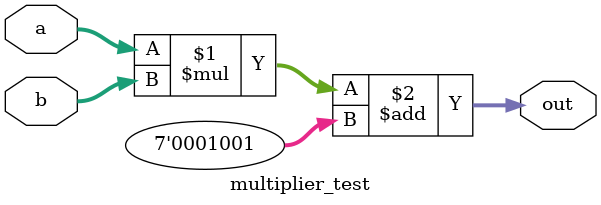
<source format=v>
module multiplier_test(a,b,out);
	input [7:0] a,b;
	output [7:0] out;
	
	
	
	assign out = (a*b) + 7'd9;
	
	
	
	endmodule
</source>
